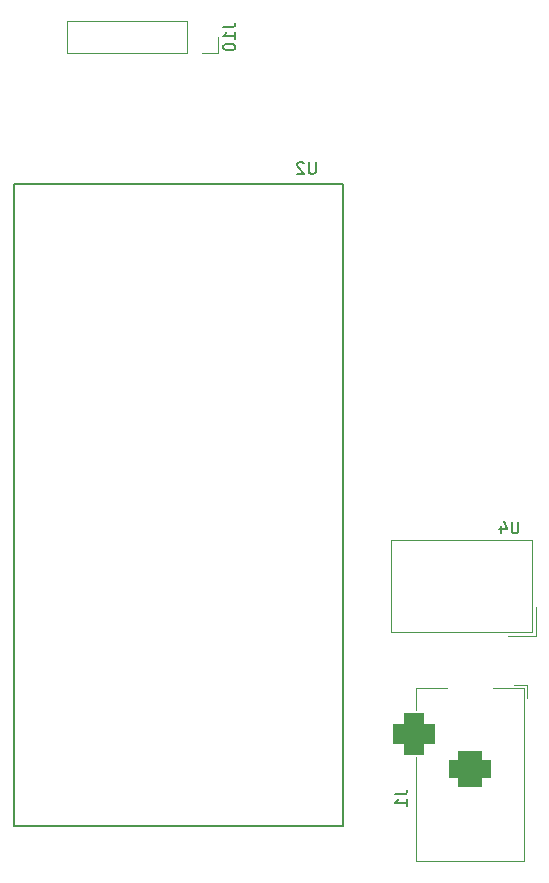
<source format=gbo>
%TF.GenerationSoftware,KiCad,Pcbnew,(6.0.5)*%
%TF.CreationDate,2022-05-25T23:49:35+01:00*%
%TF.ProjectId,screen-driver,73637265-656e-42d6-9472-697665722e6b,rev?*%
%TF.SameCoordinates,Original*%
%TF.FileFunction,Legend,Bot*%
%TF.FilePolarity,Positive*%
%FSLAX46Y46*%
G04 Gerber Fmt 4.6, Leading zero omitted, Abs format (unit mm)*
G04 Created by KiCad (PCBNEW (6.0.5)) date 2022-05-25 23:49:35*
%MOMM*%
%LPD*%
G01*
G04 APERTURE LIST*
G04 Aperture macros list*
%AMRoundRect*
0 Rectangle with rounded corners*
0 $1 Rounding radius*
0 $2 $3 $4 $5 $6 $7 $8 $9 X,Y pos of 4 corners*
0 Add a 4 corners polygon primitive as box body*
4,1,4,$2,$3,$4,$5,$6,$7,$8,$9,$2,$3,0*
0 Add four circle primitives for the rounded corners*
1,1,$1+$1,$2,$3*
1,1,$1+$1,$4,$5*
1,1,$1+$1,$6,$7*
1,1,$1+$1,$8,$9*
0 Add four rect primitives between the rounded corners*
20,1,$1+$1,$2,$3,$4,$5,0*
20,1,$1+$1,$4,$5,$6,$7,0*
20,1,$1+$1,$6,$7,$8,$9,0*
20,1,$1+$1,$8,$9,$2,$3,0*%
G04 Aperture macros list end*
%ADD10C,0.150000*%
%ADD11C,0.120000*%
%ADD12C,0.127000*%
%ADD13C,4.300000*%
%ADD14C,6.000000*%
%ADD15C,1.600000*%
%ADD16O,1.600000X1.600000*%
%ADD17R,1.050000X1.500000*%
%ADD18O,1.050000X1.500000*%
%ADD19O,1.350000X1.350000*%
%ADD20R,1.350000X1.350000*%
%ADD21R,1.500000X1.050000*%
%ADD22O,1.500000X1.050000*%
%ADD23R,1.500000X2.500000*%
%ADD24O,1.500000X2.500000*%
%ADD25R,1.600000X1.600000*%
%ADD26R,1.700000X1.700000*%
%ADD27O,1.700000X1.700000*%
%ADD28R,3.500000X3.500000*%
%ADD29RoundRect,0.750000X1.000000X-0.750000X1.000000X0.750000X-1.000000X0.750000X-1.000000X-0.750000X0*%
%ADD30RoundRect,0.875000X0.875000X-0.875000X0.875000X0.875000X-0.875000X0.875000X-0.875000X-0.875000X0*%
%ADD31R,1.560000X1.560000*%
%ADD32C,1.560000*%
G04 APERTURE END LIST*
D10*
%TO.C,U4*%
X184961904Y-124342380D02*
X184961904Y-125151904D01*
X184914285Y-125247142D01*
X184866666Y-125294761D01*
X184771428Y-125342380D01*
X184580952Y-125342380D01*
X184485714Y-125294761D01*
X184438095Y-125247142D01*
X184390476Y-125151904D01*
X184390476Y-124342380D01*
X183485714Y-124675714D02*
X183485714Y-125342380D01*
X183723809Y-124294761D02*
X183961904Y-125009047D01*
X183342857Y-125009047D01*
%TO.C,J10*%
X159982380Y-82490476D02*
X160696666Y-82490476D01*
X160839523Y-82442857D01*
X160934761Y-82347619D01*
X160982380Y-82204761D01*
X160982380Y-82109523D01*
X160982380Y-83490476D02*
X160982380Y-82919047D01*
X160982380Y-83204761D02*
X159982380Y-83204761D01*
X160125238Y-83109523D01*
X160220476Y-83014285D01*
X160268095Y-82919047D01*
X159982380Y-84109523D02*
X159982380Y-84204761D01*
X160030000Y-84300000D01*
X160077619Y-84347619D01*
X160172857Y-84395238D01*
X160363333Y-84442857D01*
X160601428Y-84442857D01*
X160791904Y-84395238D01*
X160887142Y-84347619D01*
X160934761Y-84300000D01*
X160982380Y-84204761D01*
X160982380Y-84109523D01*
X160934761Y-84014285D01*
X160887142Y-83966666D01*
X160791904Y-83919047D01*
X160601428Y-83871428D01*
X160363333Y-83871428D01*
X160172857Y-83919047D01*
X160077619Y-83966666D01*
X160030000Y-84014285D01*
X159982380Y-84109523D01*
%TO.C,J1*%
X174559880Y-147416666D02*
X175274166Y-147416666D01*
X175417023Y-147369047D01*
X175512261Y-147273809D01*
X175559880Y-147130952D01*
X175559880Y-147035714D01*
X175559880Y-148416666D02*
X175559880Y-147845238D01*
X175559880Y-148130952D02*
X174559880Y-148130952D01*
X174702738Y-148035714D01*
X174797976Y-147940476D01*
X174845595Y-147845238D01*
%TO.C,U2*%
X167791373Y-93906124D02*
X167791373Y-94715960D01*
X167743736Y-94811235D01*
X167696099Y-94858873D01*
X167600824Y-94906510D01*
X167410274Y-94906510D01*
X167314999Y-94858873D01*
X167267362Y-94811235D01*
X167219724Y-94715960D01*
X167219724Y-93906124D01*
X166790987Y-94001399D02*
X166743350Y-93953762D01*
X166648075Y-93906124D01*
X166409888Y-93906124D01*
X166314613Y-93953762D01*
X166266976Y-94001399D01*
X166219338Y-94096674D01*
X166219338Y-94191949D01*
X166266976Y-94334861D01*
X166838625Y-94906510D01*
X166219338Y-94906510D01*
D11*
%TO.C,U4*%
X174180000Y-133720000D02*
X186120000Y-133720000D01*
X186120000Y-125870000D02*
X174180000Y-125870000D01*
X174180000Y-125870000D02*
X174180000Y-133720000D01*
X186450000Y-134050000D02*
X184120000Y-134050000D01*
X186450000Y-131600000D02*
X186450000Y-134050000D01*
X186120000Y-133720000D02*
X186120000Y-125870000D01*
%TO.C,J10*%
X156930000Y-81970000D02*
X146710000Y-81970000D01*
X159530000Y-84630000D02*
X159530000Y-83300000D01*
X156930000Y-84630000D02*
X146710000Y-84630000D01*
X156930000Y-84630000D02*
X156930000Y-81970000D01*
X158200000Y-84630000D02*
X159530000Y-84630000D01*
X146710000Y-84630000D02*
X146710000Y-81970000D01*
%TO.C,J1*%
X185657500Y-139250000D02*
X185657500Y-138200000D01*
X178957500Y-138400000D02*
X176257500Y-138400000D01*
X184607500Y-138200000D02*
X185657500Y-138200000D01*
X185457500Y-138400000D02*
X182857500Y-138400000D01*
X176257500Y-138400000D02*
X176257500Y-140300000D01*
X185457500Y-153100000D02*
X185457500Y-138400000D01*
X176257500Y-144300000D02*
X176257500Y-153100000D01*
X176257500Y-153100000D02*
X185457500Y-153100000D01*
D12*
%TO.C,U2*%
X142250000Y-95750000D02*
X142250000Y-150150000D01*
X170150000Y-150150000D02*
X170150000Y-95750000D01*
X142250000Y-150150000D02*
X170150000Y-150150000D01*
X170150000Y-95750000D02*
X142250000Y-95750000D01*
%TD*%
%LPC*%
D13*
%TO.C,REF\u002A\u002A*%
X90350000Y-158210000D03*
%TD*%
%TO.C,*%
X221340000Y-158230000D03*
%TD*%
%TO.C,*%
X221300000Y-27210000D03*
%TD*%
%TO.C,*%
X90360000Y-27210000D03*
%TD*%
D14*
%TO.C,REF\u002A\u002A*%
X104230000Y-41370000D03*
%TD*%
D15*
%TO.C,R113*%
X158400000Y-88400000D03*
D16*
X150780000Y-88400000D03*
%TD*%
D15*
%TO.C,R55*%
X158310000Y-52500000D03*
D16*
X150690000Y-52500000D03*
%TD*%
D17*
%TO.C,Q4*%
X142700000Y-52700000D03*
D18*
X143970000Y-52700000D03*
X145240000Y-52700000D03*
%TD*%
D19*
%TO.C,J7*%
X206700000Y-157200000D03*
X204700000Y-157200000D03*
X202700000Y-157200000D03*
X200700000Y-157200000D03*
X198700000Y-157200000D03*
X196700000Y-157200000D03*
X194700000Y-157200000D03*
X192700000Y-157200000D03*
X190700000Y-157200000D03*
X188700000Y-157200000D03*
X186700000Y-157200000D03*
D20*
X184700000Y-157200000D03*
%TD*%
D15*
%TO.C,R56*%
X158110000Y-62900000D03*
D16*
X150490000Y-62900000D03*
%TD*%
D19*
%TO.C,J6*%
X206920000Y-28100000D03*
X204920000Y-28100000D03*
X202920000Y-28100000D03*
X200920000Y-28100000D03*
X198920000Y-28100000D03*
X196920000Y-28100000D03*
X194920000Y-28100000D03*
X192920000Y-28100000D03*
X190920000Y-28100000D03*
X188920000Y-28100000D03*
X186920000Y-28100000D03*
D20*
X184920000Y-28100000D03*
%TD*%
D15*
%TO.C,C3*%
X193900000Y-63300000D03*
X196400000Y-63300000D03*
%TD*%
%TO.C,C1*%
X164800000Y-72600000D03*
X167300000Y-72600000D03*
%TD*%
D19*
%TO.C,J5*%
X182720000Y-157200000D03*
X180720000Y-157200000D03*
X178720000Y-157200000D03*
X176720000Y-157200000D03*
X174720000Y-157200000D03*
X172720000Y-157200000D03*
X170720000Y-157200000D03*
X168720000Y-157200000D03*
X166720000Y-157200000D03*
X164720000Y-157200000D03*
X162720000Y-157200000D03*
X160720000Y-157200000D03*
X158720000Y-157200000D03*
X156720000Y-157200000D03*
X154720000Y-157200000D03*
X152720000Y-157200000D03*
X150720000Y-157200000D03*
X148720000Y-157200000D03*
X146720000Y-157200000D03*
X144720000Y-157200000D03*
X142720000Y-157200000D03*
X140720000Y-157200000D03*
X138720000Y-157200000D03*
X136720000Y-157200000D03*
X134720000Y-157200000D03*
X132720000Y-157200000D03*
X130720000Y-157200000D03*
X128720000Y-157200000D03*
X126720000Y-157200000D03*
X124720000Y-157200000D03*
X122720000Y-157200000D03*
X120720000Y-157200000D03*
X118720000Y-157200000D03*
X116720000Y-157200000D03*
X114720000Y-157200000D03*
X112720000Y-157200000D03*
X110720000Y-157200000D03*
X108720000Y-157200000D03*
X106720000Y-157200000D03*
D20*
X104720000Y-157200000D03*
%TD*%
%TO.C,J9*%
X220300000Y-113240000D03*
D19*
X220300000Y-115240000D03*
X220300000Y-117240000D03*
X220300000Y-119240000D03*
X220300000Y-121240000D03*
X220300000Y-123240000D03*
X220300000Y-125240000D03*
X220300000Y-127240000D03*
X220300000Y-129240000D03*
X220300000Y-131240000D03*
X220300000Y-133240000D03*
X220300000Y-135240000D03*
X220300000Y-137240000D03*
X220300000Y-139240000D03*
X220300000Y-141240000D03*
X220300000Y-143240000D03*
X220300000Y-145240000D03*
X220300000Y-147240000D03*
X220300000Y-149240000D03*
X220300000Y-151240000D03*
%TD*%
D15*
%TO.C,C4*%
X145550000Y-88300000D03*
X148050000Y-88300000D03*
%TD*%
D17*
%TO.C,Q27*%
X121800000Y-34200000D03*
D18*
X123070000Y-34200000D03*
X124340000Y-34200000D03*
%TD*%
D17*
%TO.C,Q32*%
X174430000Y-51560000D03*
D18*
X175700000Y-51560000D03*
X176970000Y-51560000D03*
%TD*%
D20*
%TO.C,J3*%
X91300000Y-113200000D03*
D19*
X91300000Y-115200000D03*
X91300000Y-117200000D03*
X91300000Y-119200000D03*
X91300000Y-121200000D03*
X91300000Y-123200000D03*
X91300000Y-125200000D03*
X91300000Y-127200000D03*
X91300000Y-129200000D03*
X91300000Y-131200000D03*
X91300000Y-133200000D03*
X91300000Y-135200000D03*
X91300000Y-137200000D03*
X91300000Y-139200000D03*
X91300000Y-141200000D03*
X91300000Y-143200000D03*
X91300000Y-145200000D03*
X91300000Y-147200000D03*
X91300000Y-149200000D03*
X91300000Y-151200000D03*
%TD*%
D17*
%TO.C,Q9*%
X142600000Y-72200000D03*
D18*
X143870000Y-72200000D03*
X145140000Y-72200000D03*
%TD*%
D17*
%TO.C,Q10*%
X129700000Y-151600000D03*
D18*
X130970000Y-151600000D03*
X132240000Y-151600000D03*
%TD*%
D21*
%TO.C,Q12*%
X186300000Y-67100000D03*
D22*
X186300000Y-68370000D03*
X186300000Y-69640000D03*
%TD*%
D15*
%TO.C,R57*%
X158110000Y-66300000D03*
D16*
X150490000Y-66300000D03*
%TD*%
D15*
%TO.C,R58*%
X173200000Y-68100000D03*
D16*
X180820000Y-68100000D03*
%TD*%
D17*
%TO.C,Q22*%
X148530000Y-34100000D03*
D18*
X149800000Y-34100000D03*
X151070000Y-34100000D03*
%TD*%
D17*
%TO.C,Q28*%
X110230000Y-34260000D03*
D18*
X111500000Y-34260000D03*
X112770000Y-34260000D03*
%TD*%
D17*
%TO.C,Q30*%
X104270000Y-151040000D03*
D18*
X105540000Y-151040000D03*
X106810000Y-151040000D03*
%TD*%
D17*
%TO.C,Q16*%
X179130000Y-34260000D03*
D18*
X180400000Y-34260000D03*
X181670000Y-34260000D03*
%TD*%
D15*
%TO.C,R54*%
X158210000Y-48725000D03*
D16*
X150590000Y-48725000D03*
%TD*%
D17*
%TO.C,Q29*%
X114100000Y-41860000D03*
D18*
X115370000Y-41860000D03*
X116640000Y-41860000D03*
%TD*%
D17*
%TO.C,Q26*%
X142430000Y-45960000D03*
D18*
X143700000Y-45960000D03*
X144970000Y-45960000D03*
%TD*%
D15*
%TO.C,R101*%
X158310000Y-56000000D03*
D16*
X150690000Y-56000000D03*
%TD*%
D17*
%TO.C,Q19*%
X160100000Y-34300000D03*
D18*
X161370000Y-34300000D03*
X162640000Y-34300000D03*
%TD*%
D20*
%TO.C,J8*%
X220300000Y-33200000D03*
D19*
X220300000Y-35200000D03*
X220300000Y-37200000D03*
X220300000Y-39200000D03*
X220300000Y-41200000D03*
X220300000Y-43200000D03*
X220300000Y-45200000D03*
X220300000Y-47200000D03*
X220300000Y-49200000D03*
X220300000Y-51200000D03*
X220300000Y-53200000D03*
X220300000Y-55200000D03*
X220300000Y-57200000D03*
X220300000Y-59200000D03*
X220300000Y-61200000D03*
X220300000Y-63200000D03*
X220300000Y-65200000D03*
X220300000Y-67200000D03*
X220300000Y-69200000D03*
X220300000Y-71200000D03*
X220300000Y-73200000D03*
X220300000Y-75200000D03*
X220300000Y-77200000D03*
X220300000Y-79200000D03*
X220300000Y-81200000D03*
X220300000Y-83200000D03*
X220300000Y-85200000D03*
X220300000Y-87200000D03*
X220300000Y-89200000D03*
X220300000Y-91200000D03*
X220300000Y-93200000D03*
X220300000Y-95200000D03*
X220300000Y-97200000D03*
X220300000Y-99200000D03*
X220300000Y-101200000D03*
X220300000Y-103200000D03*
X220300000Y-105200000D03*
X220300000Y-107200000D03*
X220300000Y-109200000D03*
X220300000Y-111200000D03*
%TD*%
D23*
%TO.C,U4*%
X182700000Y-131600000D03*
D24*
X180160000Y-131600000D03*
X177620000Y-131600000D03*
%TD*%
D25*
%TO.C,U5*%
X161900000Y-50400000D03*
D16*
X161900000Y-52940000D03*
X161900000Y-55480000D03*
X161900000Y-58020000D03*
X161900000Y-60560000D03*
X161900000Y-63100000D03*
X161900000Y-65640000D03*
X161900000Y-68180000D03*
X169520000Y-68180000D03*
X169520000Y-65640000D03*
X169520000Y-63100000D03*
X169520000Y-60560000D03*
X169520000Y-58020000D03*
X169520000Y-55480000D03*
X169520000Y-52940000D03*
X169520000Y-50400000D03*
%TD*%
D17*
%TO.C,Q11*%
X200830000Y-150760000D03*
D18*
X202100000Y-150760000D03*
X203370000Y-150760000D03*
%TD*%
D19*
%TO.C,J4*%
X182900000Y-28100000D03*
X180900000Y-28100000D03*
X178900000Y-28100000D03*
X176900000Y-28100000D03*
X174900000Y-28100000D03*
X172900000Y-28100000D03*
X170900000Y-28100000D03*
X168900000Y-28100000D03*
X166900000Y-28100000D03*
X164900000Y-28100000D03*
X162900000Y-28100000D03*
X160900000Y-28100000D03*
X158900000Y-28100000D03*
X156900000Y-28100000D03*
X154900000Y-28100000D03*
X152900000Y-28100000D03*
X150900000Y-28100000D03*
X148900000Y-28100000D03*
X146900000Y-28100000D03*
X144900000Y-28100000D03*
X142900000Y-28100000D03*
X140900000Y-28100000D03*
X138900000Y-28100000D03*
X136900000Y-28100000D03*
X134900000Y-28100000D03*
X132900000Y-28100000D03*
X130900000Y-28100000D03*
X128900000Y-28100000D03*
X126900000Y-28100000D03*
X124900000Y-28100000D03*
X122900000Y-28100000D03*
X120900000Y-28100000D03*
X118900000Y-28100000D03*
X116900000Y-28100000D03*
X114900000Y-28100000D03*
X112900000Y-28100000D03*
X110900000Y-28100000D03*
X108900000Y-28100000D03*
X106900000Y-28100000D03*
D20*
X104900000Y-28100000D03*
%TD*%
D17*
%TO.C,Q8*%
X142700000Y-59200000D03*
D18*
X143970000Y-59200000D03*
X145240000Y-59200000D03*
%TD*%
D17*
%TO.C,Q31*%
X116030000Y-34260000D03*
D18*
X117300000Y-34260000D03*
X118570000Y-34260000D03*
%TD*%
D17*
%TO.C,Q25*%
X131530000Y-34060000D03*
D18*
X132800000Y-34060000D03*
X134070000Y-34060000D03*
%TD*%
D16*
%TO.C,U6*%
X189280000Y-59475000D03*
X189280000Y-56935000D03*
X189280000Y-54395000D03*
X189280000Y-51855000D03*
X189280000Y-49315000D03*
X189280000Y-46775000D03*
X189280000Y-44235000D03*
X189280000Y-41695000D03*
X196900000Y-41695000D03*
X196900000Y-44235000D03*
X196900000Y-46775000D03*
X196900000Y-49315000D03*
X196900000Y-51855000D03*
X196900000Y-54395000D03*
X196900000Y-56935000D03*
D25*
X196900000Y-59475000D03*
%TD*%
D17*
%TO.C,Q18*%
X166230000Y-34260000D03*
D18*
X167500000Y-34260000D03*
X168770000Y-34260000D03*
%TD*%
D15*
%TO.C,R60*%
X186410000Y-41400000D03*
D16*
X178790000Y-41400000D03*
%TD*%
D17*
%TO.C,Q7*%
X122800000Y-151500000D03*
D18*
X124070000Y-151500000D03*
X125340000Y-151500000D03*
%TD*%
D15*
%TO.C,R52*%
X158110000Y-69700000D03*
D16*
X150490000Y-69700000D03*
%TD*%
D17*
%TO.C,Q23*%
X141830000Y-34000000D03*
D18*
X143100000Y-34000000D03*
X144370000Y-34000000D03*
%TD*%
D26*
%TO.C,J10*%
X158200000Y-83300000D03*
D27*
X155660000Y-83300000D03*
X153120000Y-83300000D03*
X150580000Y-83300000D03*
X148040000Y-83300000D03*
%TD*%
D17*
%TO.C,Q15*%
X185230000Y-34260000D03*
D18*
X186500000Y-34260000D03*
X187770000Y-34260000D03*
%TD*%
D15*
%TO.C,R112*%
X186410000Y-45800000D03*
D16*
X178790000Y-45800000D03*
%TD*%
D17*
%TO.C,Q21*%
X171830000Y-41260000D03*
D18*
X173100000Y-41260000D03*
X174370000Y-41260000D03*
%TD*%
D15*
%TO.C,R53*%
X173200000Y-64800000D03*
D16*
X180820000Y-64800000D03*
%TD*%
D20*
%TO.C,J2*%
X91300000Y-33200000D03*
D19*
X91300000Y-35200000D03*
X91300000Y-37200000D03*
X91300000Y-39200000D03*
X91300000Y-41200000D03*
X91300000Y-43200000D03*
X91300000Y-45200000D03*
X91300000Y-47200000D03*
X91300000Y-49200000D03*
X91300000Y-51200000D03*
X91300000Y-53200000D03*
X91300000Y-55200000D03*
X91300000Y-57200000D03*
X91300000Y-59200000D03*
X91300000Y-61200000D03*
X91300000Y-63200000D03*
X91300000Y-65200000D03*
X91300000Y-67200000D03*
X91300000Y-69200000D03*
X91300000Y-71200000D03*
X91300000Y-73200000D03*
X91300000Y-75200000D03*
X91300000Y-77200000D03*
X91300000Y-79200000D03*
X91300000Y-81200000D03*
X91300000Y-83200000D03*
X91300000Y-85200000D03*
X91300000Y-87200000D03*
X91300000Y-89200000D03*
X91300000Y-91200000D03*
X91300000Y-93200000D03*
X91300000Y-95200000D03*
X91300000Y-97200000D03*
X91300000Y-99200000D03*
X91300000Y-101200000D03*
X91300000Y-103200000D03*
X91300000Y-105200000D03*
X91300000Y-107200000D03*
X91300000Y-109200000D03*
X91300000Y-111200000D03*
%TD*%
D28*
%TO.C,J1*%
X180857500Y-139300000D03*
D29*
X180857500Y-145300000D03*
D30*
X176157500Y-142300000D03*
%TD*%
D17*
%TO.C,Q24*%
X142600000Y-65500000D03*
D18*
X143870000Y-65500000D03*
X145140000Y-65500000D03*
%TD*%
D17*
%TO.C,Q17*%
X172430000Y-34260000D03*
D18*
X173700000Y-34260000D03*
X174970000Y-34260000D03*
%TD*%
D15*
%TO.C,R59*%
X173190000Y-61500000D03*
D16*
X180810000Y-61500000D03*
%TD*%
D15*
%TO.C,C2*%
X212350000Y-91900000D03*
X214850000Y-91900000D03*
%TD*%
D17*
%TO.C,Q6*%
X114530000Y-49260000D03*
D18*
X115800000Y-49260000D03*
X117070000Y-49260000D03*
%TD*%
D17*
%TO.C,Q13*%
X197130000Y-34360000D03*
D18*
X198400000Y-34360000D03*
X199670000Y-34360000D03*
%TD*%
D31*
%TO.C,U2*%
X168900000Y-103140000D03*
D32*
X168900000Y-105680000D03*
X168900000Y-108220000D03*
X168900000Y-110760000D03*
X168900000Y-113300000D03*
X168900000Y-115840000D03*
X168900000Y-118380000D03*
X168900000Y-120920000D03*
X168900000Y-123460000D03*
X168900000Y-126000000D03*
X168900000Y-128540000D03*
X168900000Y-131080000D03*
X168900000Y-133620000D03*
X168900000Y-136160000D03*
X168900000Y-138700000D03*
X168900000Y-141240000D03*
X168900000Y-143780000D03*
X168900000Y-146320000D03*
X168900000Y-148860000D03*
X143500000Y-103140000D03*
X143500000Y-105680000D03*
X143500000Y-108220000D03*
X143500000Y-110760000D03*
X143500000Y-113300000D03*
X143500000Y-115840000D03*
X143500000Y-118380000D03*
X143500000Y-120920000D03*
X143500000Y-123460000D03*
X143500000Y-126000000D03*
X143500000Y-128540000D03*
X143500000Y-131080000D03*
X143500000Y-133620000D03*
X143500000Y-136160000D03*
X143500000Y-138700000D03*
X143500000Y-141240000D03*
X143500000Y-143780000D03*
X143500000Y-146320000D03*
X143500000Y-148860000D03*
%TD*%
D17*
%TO.C,Q3*%
X115300000Y-151600000D03*
D18*
X116570000Y-151600000D03*
X117840000Y-151600000D03*
%TD*%
D17*
%TO.C,Q2*%
X156730000Y-41260000D03*
D18*
X158000000Y-41260000D03*
X159270000Y-41260000D03*
%TD*%
D17*
%TO.C,Q20*%
X164030000Y-41260000D03*
D18*
X165300000Y-41260000D03*
X166570000Y-41260000D03*
%TD*%
D17*
%TO.C,Q14*%
X191030000Y-34260000D03*
D18*
X192300000Y-34260000D03*
X193570000Y-34260000D03*
%TD*%
D15*
%TO.C,R51*%
X158210000Y-59400000D03*
D16*
X150590000Y-59400000D03*
%TD*%
D17*
%TO.C,Q1*%
X97200000Y-151300000D03*
D18*
X98470000Y-151300000D03*
X99740000Y-151300000D03*
%TD*%
D17*
%TO.C,Q5*%
X121930000Y-41960000D03*
D18*
X123200000Y-41960000D03*
X124470000Y-41960000D03*
%TD*%
M02*

</source>
